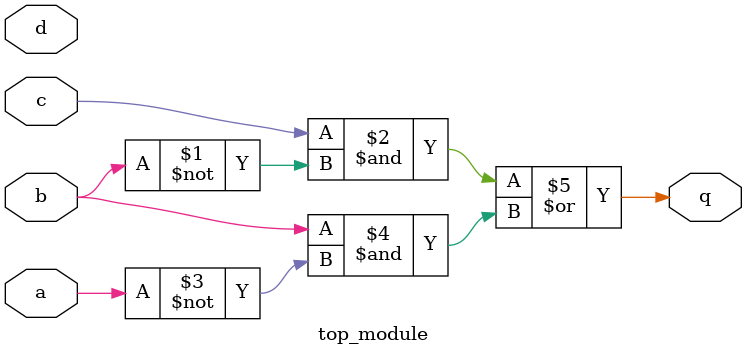
<source format=sv>
module top_module (
    input a, 
    input b, 
    input c, 
    input d,
    output q
);

    assign q = (c & ~b) | (b & ~a);

endmodule

</source>
